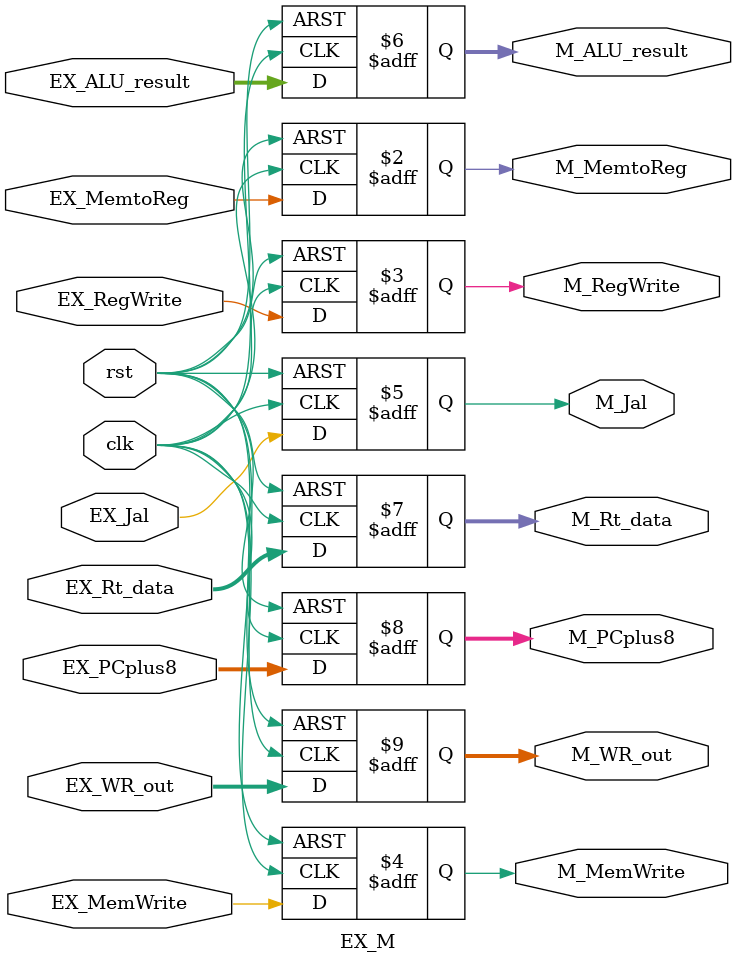
<source format=v>

module EX_M ( clk,
			  rst,
			  // input 
			  // WB
			  EX_MemtoReg,
			  EX_RegWrite,
			  // M
			  EX_MemWrite,
			  EX_Jal,	// write your code in here
			  // pipe
			  EX_ALU_result,
			  EX_Rt_data,
			  EX_PCplus8,
			  EX_WR_out,
			  // output
			  // WB
			  M_MemtoReg,
			  M_RegWrite,
			  // M
			  M_MemWrite,
			  M_Jal,	// write your code in here
			  // pipe
			  M_ALU_result,
			  M_Rt_data,
			  M_PCplus8,
			  M_WR_out			  		  			  
			  );
	
	parameter pc_size = 18;	
	parameter data_size = 32;
	
	input clk, rst;		  
			  
	// WB		  
	input EX_MemtoReg;
    input EX_RegWrite;
    // M
    input EX_MemWrite;
	input EX_Jal;	// write your code in here
	// pipe		  
	input [data_size-1:0] EX_ALU_result;
    input [data_size-1:0] EX_Rt_data;
    input [pc_size-1:0] EX_PCplus8;
    input [4:0] EX_WR_out;
	
	// WB
	output M_MemtoReg;	
	output M_RegWrite;	
	// M	
	output M_MemWrite;	
	output M_Jal;	// write your code in here
	// pipe		  
	output [data_size-1:0] M_ALU_result;
	output [data_size-1:0] M_Rt_data;
	output [pc_size-1:0] M_PCplus8;
	output [4:0] M_WR_out;
	
	// write your code in here
	// WB
	reg M_MemtoReg;
	reg M_RegWrite;
	// M
	reg M_MemWrite;
	reg M_Jal;
	// pipe	
	reg [data_size-1:0] M_ALU_result;
	reg [data_size-1:0] M_Rt_data;
	reg [pc_size-1:0] M_PCplus8;
	reg [4:0] M_WR_out;
	
	always @(negedge clk or posedge rst)
	begin
		if(rst)
		begin
			// WB
			M_MemtoReg <= 0;
			M_RegWrite <= 0;
			// M	
			M_MemWrite <= 0;
			M_Jal <= 0;
			// pipe		
			M_ALU_result <= 0;
			M_Rt_data <= 0;
			M_PCplus8 <= 0;
			M_WR_out <= 0;		
		end
		else
		begin
			// WB
			M_MemtoReg <= EX_MemtoReg;
		    M_RegWrite <= EX_RegWrite;
		    // M	
		    M_MemWrite <= EX_MemWrite;
		    M_Jal <= EX_Jal;	
		    // pipe		  
		    M_ALU_result <= EX_ALU_result;
		    M_Rt_data <= EX_Rt_data;
		    M_PCplus8 <= EX_PCplus8;
		    M_WR_out <= EX_WR_out;		
		end	
	end
	
endmodule



























</source>
